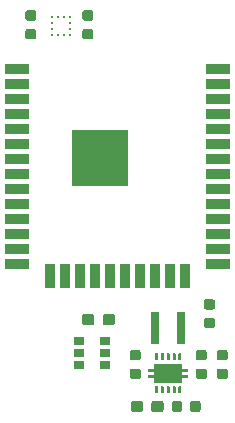
<source format=gtp>
G04 #@! TF.GenerationSoftware,KiCad,Pcbnew,(5.0.2)-1*
G04 #@! TF.CreationDate,2019-05-04T17:06:02+02:00*
G04 #@! TF.ProjectId,Cowbell_mini,436f7762-656c-46c5-9f6d-696e692e6b69,v0.4*
G04 #@! TF.SameCoordinates,Original*
G04 #@! TF.FileFunction,Paste,Top*
G04 #@! TF.FilePolarity,Positive*
%FSLAX46Y46*%
G04 Gerber Fmt 4.6, Leading zero omitted, Abs format (unit mm)*
G04 Created by KiCad (PCBNEW (5.0.2)-1) date 5/4/2019 5:06:02 PM*
%MOMM*%
%LPD*%
G01*
G04 APERTURE LIST*
%ADD10R,2.000000X0.900000*%
%ADD11R,0.900000X2.000000*%
%ADD12R,4.800000X4.800000*%
%ADD13C,0.150000*%
%ADD14C,0.875000*%
%ADD15C,0.260000*%
%ADD16C,0.950000*%
%ADD17R,0.800000X2.700000*%
%ADD18R,0.950000X0.700000*%
%ADD19R,0.275000X0.250000*%
%ADD20R,0.250000X0.275000*%
G04 APERTURE END LIST*
D10*
G04 #@! TO.C,U103*
X118500000Y-33460000D03*
X118500000Y-34730000D03*
X118500000Y-36000000D03*
X118500000Y-37270000D03*
X118500000Y-38540000D03*
X118500000Y-39810000D03*
X118500000Y-41080000D03*
X118500000Y-42350000D03*
X118500000Y-43620000D03*
X118500000Y-44890000D03*
X118500000Y-46160000D03*
X118500000Y-47430000D03*
X118500000Y-48700000D03*
X118500000Y-49970000D03*
D11*
X121285000Y-50970000D03*
X122555000Y-50970000D03*
X123825000Y-50970000D03*
X125095000Y-50970000D03*
X126365000Y-50970000D03*
X127635000Y-50970000D03*
X128905000Y-50970000D03*
X130175000Y-50970000D03*
X131445000Y-50970000D03*
X132715000Y-50970000D03*
D10*
X135500000Y-49970000D03*
X135500000Y-48700000D03*
X135500000Y-47430000D03*
X135500000Y-46160000D03*
X135500000Y-44890000D03*
X135500000Y-43620000D03*
X135500000Y-42350000D03*
X135500000Y-41080000D03*
X135500000Y-39810000D03*
X135500000Y-38540000D03*
X135500000Y-37270000D03*
X135500000Y-36000000D03*
X135500000Y-34730000D03*
X135500000Y-33460000D03*
D12*
X125500000Y-40960000D03*
G04 #@! TD*
D13*
G04 #@! TO.C,C204*
G36*
X119911691Y-30069053D02*
X119932926Y-30072203D01*
X119953750Y-30077419D01*
X119973962Y-30084651D01*
X119993368Y-30093830D01*
X120011781Y-30104866D01*
X120029024Y-30117654D01*
X120044930Y-30132070D01*
X120059346Y-30147976D01*
X120072134Y-30165219D01*
X120083170Y-30183632D01*
X120092349Y-30203038D01*
X120099581Y-30223250D01*
X120104797Y-30244074D01*
X120107947Y-30265309D01*
X120109000Y-30286750D01*
X120109000Y-30724250D01*
X120107947Y-30745691D01*
X120104797Y-30766926D01*
X120099581Y-30787750D01*
X120092349Y-30807962D01*
X120083170Y-30827368D01*
X120072134Y-30845781D01*
X120059346Y-30863024D01*
X120044930Y-30878930D01*
X120029024Y-30893346D01*
X120011781Y-30906134D01*
X119993368Y-30917170D01*
X119973962Y-30926349D01*
X119953750Y-30933581D01*
X119932926Y-30938797D01*
X119911691Y-30941947D01*
X119890250Y-30943000D01*
X119377750Y-30943000D01*
X119356309Y-30941947D01*
X119335074Y-30938797D01*
X119314250Y-30933581D01*
X119294038Y-30926349D01*
X119274632Y-30917170D01*
X119256219Y-30906134D01*
X119238976Y-30893346D01*
X119223070Y-30878930D01*
X119208654Y-30863024D01*
X119195866Y-30845781D01*
X119184830Y-30827368D01*
X119175651Y-30807962D01*
X119168419Y-30787750D01*
X119163203Y-30766926D01*
X119160053Y-30745691D01*
X119159000Y-30724250D01*
X119159000Y-30286750D01*
X119160053Y-30265309D01*
X119163203Y-30244074D01*
X119168419Y-30223250D01*
X119175651Y-30203038D01*
X119184830Y-30183632D01*
X119195866Y-30165219D01*
X119208654Y-30147976D01*
X119223070Y-30132070D01*
X119238976Y-30117654D01*
X119256219Y-30104866D01*
X119274632Y-30093830D01*
X119294038Y-30084651D01*
X119314250Y-30077419D01*
X119335074Y-30072203D01*
X119356309Y-30069053D01*
X119377750Y-30068000D01*
X119890250Y-30068000D01*
X119911691Y-30069053D01*
X119911691Y-30069053D01*
G37*
D14*
X119634000Y-30505500D03*
D13*
G36*
X119911691Y-28494053D02*
X119932926Y-28497203D01*
X119953750Y-28502419D01*
X119973962Y-28509651D01*
X119993368Y-28518830D01*
X120011781Y-28529866D01*
X120029024Y-28542654D01*
X120044930Y-28557070D01*
X120059346Y-28572976D01*
X120072134Y-28590219D01*
X120083170Y-28608632D01*
X120092349Y-28628038D01*
X120099581Y-28648250D01*
X120104797Y-28669074D01*
X120107947Y-28690309D01*
X120109000Y-28711750D01*
X120109000Y-29149250D01*
X120107947Y-29170691D01*
X120104797Y-29191926D01*
X120099581Y-29212750D01*
X120092349Y-29232962D01*
X120083170Y-29252368D01*
X120072134Y-29270781D01*
X120059346Y-29288024D01*
X120044930Y-29303930D01*
X120029024Y-29318346D01*
X120011781Y-29331134D01*
X119993368Y-29342170D01*
X119973962Y-29351349D01*
X119953750Y-29358581D01*
X119932926Y-29363797D01*
X119911691Y-29366947D01*
X119890250Y-29368000D01*
X119377750Y-29368000D01*
X119356309Y-29366947D01*
X119335074Y-29363797D01*
X119314250Y-29358581D01*
X119294038Y-29351349D01*
X119274632Y-29342170D01*
X119256219Y-29331134D01*
X119238976Y-29318346D01*
X119223070Y-29303930D01*
X119208654Y-29288024D01*
X119195866Y-29270781D01*
X119184830Y-29252368D01*
X119175651Y-29232962D01*
X119168419Y-29212750D01*
X119163203Y-29191926D01*
X119160053Y-29170691D01*
X119159000Y-29149250D01*
X119159000Y-28711750D01*
X119160053Y-28690309D01*
X119163203Y-28669074D01*
X119168419Y-28648250D01*
X119175651Y-28628038D01*
X119184830Y-28608632D01*
X119195866Y-28590219D01*
X119208654Y-28572976D01*
X119223070Y-28557070D01*
X119238976Y-28542654D01*
X119256219Y-28529866D01*
X119274632Y-28518830D01*
X119294038Y-28509651D01*
X119314250Y-28502419D01*
X119335074Y-28497203D01*
X119356309Y-28494053D01*
X119377750Y-28493000D01*
X119890250Y-28493000D01*
X119911691Y-28494053D01*
X119911691Y-28494053D01*
G37*
D14*
X119634000Y-28930500D03*
G04 #@! TD*
D13*
G04 #@! TO.C,C201*
G36*
X124737691Y-28494053D02*
X124758926Y-28497203D01*
X124779750Y-28502419D01*
X124799962Y-28509651D01*
X124819368Y-28518830D01*
X124837781Y-28529866D01*
X124855024Y-28542654D01*
X124870930Y-28557070D01*
X124885346Y-28572976D01*
X124898134Y-28590219D01*
X124909170Y-28608632D01*
X124918349Y-28628038D01*
X124925581Y-28648250D01*
X124930797Y-28669074D01*
X124933947Y-28690309D01*
X124935000Y-28711750D01*
X124935000Y-29149250D01*
X124933947Y-29170691D01*
X124930797Y-29191926D01*
X124925581Y-29212750D01*
X124918349Y-29232962D01*
X124909170Y-29252368D01*
X124898134Y-29270781D01*
X124885346Y-29288024D01*
X124870930Y-29303930D01*
X124855024Y-29318346D01*
X124837781Y-29331134D01*
X124819368Y-29342170D01*
X124799962Y-29351349D01*
X124779750Y-29358581D01*
X124758926Y-29363797D01*
X124737691Y-29366947D01*
X124716250Y-29368000D01*
X124203750Y-29368000D01*
X124182309Y-29366947D01*
X124161074Y-29363797D01*
X124140250Y-29358581D01*
X124120038Y-29351349D01*
X124100632Y-29342170D01*
X124082219Y-29331134D01*
X124064976Y-29318346D01*
X124049070Y-29303930D01*
X124034654Y-29288024D01*
X124021866Y-29270781D01*
X124010830Y-29252368D01*
X124001651Y-29232962D01*
X123994419Y-29212750D01*
X123989203Y-29191926D01*
X123986053Y-29170691D01*
X123985000Y-29149250D01*
X123985000Y-28711750D01*
X123986053Y-28690309D01*
X123989203Y-28669074D01*
X123994419Y-28648250D01*
X124001651Y-28628038D01*
X124010830Y-28608632D01*
X124021866Y-28590219D01*
X124034654Y-28572976D01*
X124049070Y-28557070D01*
X124064976Y-28542654D01*
X124082219Y-28529866D01*
X124100632Y-28518830D01*
X124120038Y-28509651D01*
X124140250Y-28502419D01*
X124161074Y-28497203D01*
X124182309Y-28494053D01*
X124203750Y-28493000D01*
X124716250Y-28493000D01*
X124737691Y-28494053D01*
X124737691Y-28494053D01*
G37*
D14*
X124460000Y-28930500D03*
D13*
G36*
X124737691Y-30069053D02*
X124758926Y-30072203D01*
X124779750Y-30077419D01*
X124799962Y-30084651D01*
X124819368Y-30093830D01*
X124837781Y-30104866D01*
X124855024Y-30117654D01*
X124870930Y-30132070D01*
X124885346Y-30147976D01*
X124898134Y-30165219D01*
X124909170Y-30183632D01*
X124918349Y-30203038D01*
X124925581Y-30223250D01*
X124930797Y-30244074D01*
X124933947Y-30265309D01*
X124935000Y-30286750D01*
X124935000Y-30724250D01*
X124933947Y-30745691D01*
X124930797Y-30766926D01*
X124925581Y-30787750D01*
X124918349Y-30807962D01*
X124909170Y-30827368D01*
X124898134Y-30845781D01*
X124885346Y-30863024D01*
X124870930Y-30878930D01*
X124855024Y-30893346D01*
X124837781Y-30906134D01*
X124819368Y-30917170D01*
X124799962Y-30926349D01*
X124779750Y-30933581D01*
X124758926Y-30938797D01*
X124737691Y-30941947D01*
X124716250Y-30943000D01*
X124203750Y-30943000D01*
X124182309Y-30941947D01*
X124161074Y-30938797D01*
X124140250Y-30933581D01*
X124120038Y-30926349D01*
X124100632Y-30917170D01*
X124082219Y-30906134D01*
X124064976Y-30893346D01*
X124049070Y-30878930D01*
X124034654Y-30863024D01*
X124021866Y-30845781D01*
X124010830Y-30827368D01*
X124001651Y-30807962D01*
X123994419Y-30787750D01*
X123989203Y-30766926D01*
X123986053Y-30745691D01*
X123985000Y-30724250D01*
X123985000Y-30286750D01*
X123986053Y-30265309D01*
X123989203Y-30244074D01*
X123994419Y-30223250D01*
X124001651Y-30203038D01*
X124010830Y-30183632D01*
X124021866Y-30165219D01*
X124034654Y-30147976D01*
X124049070Y-30132070D01*
X124064976Y-30117654D01*
X124082219Y-30104866D01*
X124100632Y-30093830D01*
X124120038Y-30084651D01*
X124140250Y-30077419D01*
X124161074Y-30072203D01*
X124182309Y-30069053D01*
X124203750Y-30068000D01*
X124716250Y-30068000D01*
X124737691Y-30069053D01*
X124737691Y-30069053D01*
G37*
D14*
X124460000Y-30505500D03*
G04 #@! TD*
D15*
G04 #@! TO.C,U5*
X131260000Y-59230000D03*
D13*
G36*
X130100245Y-60054039D02*
X130090866Y-60051194D01*
X130082221Y-60046573D01*
X130074645Y-60040355D01*
X130068427Y-60032779D01*
X130063806Y-60024134D01*
X130060961Y-60014755D01*
X130060000Y-60005000D01*
X130060000Y-59605000D01*
X129610000Y-59605000D01*
X129600245Y-59604039D01*
X129590866Y-59601194D01*
X129582221Y-59596573D01*
X129574645Y-59590355D01*
X129568427Y-59582779D01*
X129563806Y-59574134D01*
X129560961Y-59564755D01*
X129560000Y-59555000D01*
X129560000Y-59405000D01*
X129560961Y-59395245D01*
X129563806Y-59385866D01*
X129568427Y-59377221D01*
X129574645Y-59369645D01*
X129582221Y-59363427D01*
X129590866Y-59358806D01*
X129600245Y-59355961D01*
X129610000Y-59355000D01*
X130060000Y-59355000D01*
X130060000Y-59105000D01*
X129610000Y-59105000D01*
X129600245Y-59104039D01*
X129590866Y-59101194D01*
X129582221Y-59096573D01*
X129574645Y-59090355D01*
X129568427Y-59082779D01*
X129563806Y-59074134D01*
X129560961Y-59064755D01*
X129560000Y-59055000D01*
X129560000Y-58905000D01*
X129560961Y-58895245D01*
X129563806Y-58885866D01*
X129568427Y-58877221D01*
X129574645Y-58869645D01*
X129582221Y-58863427D01*
X129590866Y-58858806D01*
X129600245Y-58855961D01*
X129610000Y-58855000D01*
X130060000Y-58855000D01*
X130060000Y-58455000D01*
X130060961Y-58445245D01*
X130063806Y-58435866D01*
X130068427Y-58427221D01*
X130074645Y-58419645D01*
X130082221Y-58413427D01*
X130090866Y-58408806D01*
X130100245Y-58405961D01*
X130110000Y-58405000D01*
X132410000Y-58405000D01*
X132419755Y-58405961D01*
X132429134Y-58408806D01*
X132437779Y-58413427D01*
X132445355Y-58419645D01*
X132451573Y-58427221D01*
X132456194Y-58435866D01*
X132459039Y-58445245D01*
X132460000Y-58455000D01*
X132460000Y-58855000D01*
X132910000Y-58855000D01*
X132919755Y-58855961D01*
X132929134Y-58858806D01*
X132937779Y-58863427D01*
X132945355Y-58869645D01*
X132951573Y-58877221D01*
X132956194Y-58885866D01*
X132959039Y-58895245D01*
X132960000Y-58905000D01*
X132960000Y-59055000D01*
X132959039Y-59064755D01*
X132956194Y-59074134D01*
X132951573Y-59082779D01*
X132945355Y-59090355D01*
X132937779Y-59096573D01*
X132929134Y-59101194D01*
X132919755Y-59104039D01*
X132910000Y-59105000D01*
X132460000Y-59105000D01*
X132460000Y-59355000D01*
X132910000Y-59355000D01*
X132919755Y-59355961D01*
X132929134Y-59358806D01*
X132937779Y-59363427D01*
X132945355Y-59369645D01*
X132951573Y-59377221D01*
X132956194Y-59385866D01*
X132959039Y-59395245D01*
X132960000Y-59405000D01*
X132960000Y-59555000D01*
X132959039Y-59564755D01*
X132956194Y-59574134D01*
X132951573Y-59582779D01*
X132945355Y-59590355D01*
X132937779Y-59596573D01*
X132929134Y-59601194D01*
X132919755Y-59604039D01*
X132910000Y-59605000D01*
X132460000Y-59605000D01*
X132460000Y-60005000D01*
X132459039Y-60014755D01*
X132456194Y-60024134D01*
X132451573Y-60032779D01*
X132445355Y-60040355D01*
X132437779Y-60046573D01*
X132429134Y-60051194D01*
X132419755Y-60054039D01*
X132410000Y-60055000D01*
X130110000Y-60055000D01*
X130100245Y-60054039D01*
X130100245Y-60054039D01*
G37*
G36*
X130344973Y-57530240D02*
X130349819Y-57530959D01*
X130354571Y-57532150D01*
X130359184Y-57533800D01*
X130363612Y-57535894D01*
X130367814Y-57538413D01*
X130371749Y-57541331D01*
X130375379Y-57544621D01*
X130378669Y-57548251D01*
X130381587Y-57552186D01*
X130384106Y-57556388D01*
X130386200Y-57560816D01*
X130387850Y-57565429D01*
X130389041Y-57570181D01*
X130389760Y-57575027D01*
X130390000Y-57579920D01*
X130390000Y-58080080D01*
X130389760Y-58084973D01*
X130389041Y-58089819D01*
X130387850Y-58094571D01*
X130386200Y-58099184D01*
X130384106Y-58103612D01*
X130381587Y-58107814D01*
X130378669Y-58111749D01*
X130375379Y-58115379D01*
X130371749Y-58118669D01*
X130367814Y-58121587D01*
X130363612Y-58124106D01*
X130359184Y-58126200D01*
X130354571Y-58127850D01*
X130349819Y-58129041D01*
X130344973Y-58129760D01*
X130340080Y-58130000D01*
X130179920Y-58130000D01*
X130175027Y-58129760D01*
X130170181Y-58129041D01*
X130165429Y-58127850D01*
X130160816Y-58126200D01*
X130156388Y-58124106D01*
X130152186Y-58121587D01*
X130148251Y-58118669D01*
X130144621Y-58115379D01*
X130141331Y-58111749D01*
X130138413Y-58107814D01*
X130135894Y-58103612D01*
X130133800Y-58099184D01*
X130132150Y-58094571D01*
X130130959Y-58089819D01*
X130130240Y-58084973D01*
X130130000Y-58080080D01*
X130130000Y-57579920D01*
X130130240Y-57575027D01*
X130130959Y-57570181D01*
X130132150Y-57565429D01*
X130133800Y-57560816D01*
X130135894Y-57556388D01*
X130138413Y-57552186D01*
X130141331Y-57548251D01*
X130144621Y-57544621D01*
X130148251Y-57541331D01*
X130152186Y-57538413D01*
X130156388Y-57535894D01*
X130160816Y-57533800D01*
X130165429Y-57532150D01*
X130170181Y-57530959D01*
X130175027Y-57530240D01*
X130179920Y-57530000D01*
X130340080Y-57530000D01*
X130344973Y-57530240D01*
X130344973Y-57530240D01*
G37*
D15*
X130260000Y-57830000D03*
D13*
G36*
X130344973Y-60330240D02*
X130349819Y-60330959D01*
X130354571Y-60332150D01*
X130359184Y-60333800D01*
X130363612Y-60335894D01*
X130367814Y-60338413D01*
X130371749Y-60341331D01*
X130375379Y-60344621D01*
X130378669Y-60348251D01*
X130381587Y-60352186D01*
X130384106Y-60356388D01*
X130386200Y-60360816D01*
X130387850Y-60365429D01*
X130389041Y-60370181D01*
X130389760Y-60375027D01*
X130390000Y-60379920D01*
X130390000Y-60880080D01*
X130389760Y-60884973D01*
X130389041Y-60889819D01*
X130387850Y-60894571D01*
X130386200Y-60899184D01*
X130384106Y-60903612D01*
X130381587Y-60907814D01*
X130378669Y-60911749D01*
X130375379Y-60915379D01*
X130371749Y-60918669D01*
X130367814Y-60921587D01*
X130363612Y-60924106D01*
X130359184Y-60926200D01*
X130354571Y-60927850D01*
X130349819Y-60929041D01*
X130344973Y-60929760D01*
X130340080Y-60930000D01*
X130179920Y-60930000D01*
X130175027Y-60929760D01*
X130170181Y-60929041D01*
X130165429Y-60927850D01*
X130160816Y-60926200D01*
X130156388Y-60924106D01*
X130152186Y-60921587D01*
X130148251Y-60918669D01*
X130144621Y-60915379D01*
X130141331Y-60911749D01*
X130138413Y-60907814D01*
X130135894Y-60903612D01*
X130133800Y-60899184D01*
X130132150Y-60894571D01*
X130130959Y-60889819D01*
X130130240Y-60884973D01*
X130130000Y-60880080D01*
X130130000Y-60379920D01*
X130130240Y-60375027D01*
X130130959Y-60370181D01*
X130132150Y-60365429D01*
X130133800Y-60360816D01*
X130135894Y-60356388D01*
X130138413Y-60352186D01*
X130141331Y-60348251D01*
X130144621Y-60344621D01*
X130148251Y-60341331D01*
X130152186Y-60338413D01*
X130156388Y-60335894D01*
X130160816Y-60333800D01*
X130165429Y-60332150D01*
X130170181Y-60330959D01*
X130175027Y-60330240D01*
X130179920Y-60330000D01*
X130340080Y-60330000D01*
X130344973Y-60330240D01*
X130344973Y-60330240D01*
G37*
D15*
X130260000Y-60630000D03*
D13*
G36*
X130844973Y-57530240D02*
X130849819Y-57530959D01*
X130854571Y-57532150D01*
X130859184Y-57533800D01*
X130863612Y-57535894D01*
X130867814Y-57538413D01*
X130871749Y-57541331D01*
X130875379Y-57544621D01*
X130878669Y-57548251D01*
X130881587Y-57552186D01*
X130884106Y-57556388D01*
X130886200Y-57560816D01*
X130887850Y-57565429D01*
X130889041Y-57570181D01*
X130889760Y-57575027D01*
X130890000Y-57579920D01*
X130890000Y-58080080D01*
X130889760Y-58084973D01*
X130889041Y-58089819D01*
X130887850Y-58094571D01*
X130886200Y-58099184D01*
X130884106Y-58103612D01*
X130881587Y-58107814D01*
X130878669Y-58111749D01*
X130875379Y-58115379D01*
X130871749Y-58118669D01*
X130867814Y-58121587D01*
X130863612Y-58124106D01*
X130859184Y-58126200D01*
X130854571Y-58127850D01*
X130849819Y-58129041D01*
X130844973Y-58129760D01*
X130840080Y-58130000D01*
X130679920Y-58130000D01*
X130675027Y-58129760D01*
X130670181Y-58129041D01*
X130665429Y-58127850D01*
X130660816Y-58126200D01*
X130656388Y-58124106D01*
X130652186Y-58121587D01*
X130648251Y-58118669D01*
X130644621Y-58115379D01*
X130641331Y-58111749D01*
X130638413Y-58107814D01*
X130635894Y-58103612D01*
X130633800Y-58099184D01*
X130632150Y-58094571D01*
X130630959Y-58089819D01*
X130630240Y-58084973D01*
X130630000Y-58080080D01*
X130630000Y-57579920D01*
X130630240Y-57575027D01*
X130630959Y-57570181D01*
X130632150Y-57565429D01*
X130633800Y-57560816D01*
X130635894Y-57556388D01*
X130638413Y-57552186D01*
X130641331Y-57548251D01*
X130644621Y-57544621D01*
X130648251Y-57541331D01*
X130652186Y-57538413D01*
X130656388Y-57535894D01*
X130660816Y-57533800D01*
X130665429Y-57532150D01*
X130670181Y-57530959D01*
X130675027Y-57530240D01*
X130679920Y-57530000D01*
X130840080Y-57530000D01*
X130844973Y-57530240D01*
X130844973Y-57530240D01*
G37*
D15*
X130760000Y-57830000D03*
D13*
G36*
X130844973Y-60330240D02*
X130849819Y-60330959D01*
X130854571Y-60332150D01*
X130859184Y-60333800D01*
X130863612Y-60335894D01*
X130867814Y-60338413D01*
X130871749Y-60341331D01*
X130875379Y-60344621D01*
X130878669Y-60348251D01*
X130881587Y-60352186D01*
X130884106Y-60356388D01*
X130886200Y-60360816D01*
X130887850Y-60365429D01*
X130889041Y-60370181D01*
X130889760Y-60375027D01*
X130890000Y-60379920D01*
X130890000Y-60880080D01*
X130889760Y-60884973D01*
X130889041Y-60889819D01*
X130887850Y-60894571D01*
X130886200Y-60899184D01*
X130884106Y-60903612D01*
X130881587Y-60907814D01*
X130878669Y-60911749D01*
X130875379Y-60915379D01*
X130871749Y-60918669D01*
X130867814Y-60921587D01*
X130863612Y-60924106D01*
X130859184Y-60926200D01*
X130854571Y-60927850D01*
X130849819Y-60929041D01*
X130844973Y-60929760D01*
X130840080Y-60930000D01*
X130679920Y-60930000D01*
X130675027Y-60929760D01*
X130670181Y-60929041D01*
X130665429Y-60927850D01*
X130660816Y-60926200D01*
X130656388Y-60924106D01*
X130652186Y-60921587D01*
X130648251Y-60918669D01*
X130644621Y-60915379D01*
X130641331Y-60911749D01*
X130638413Y-60907814D01*
X130635894Y-60903612D01*
X130633800Y-60899184D01*
X130632150Y-60894571D01*
X130630959Y-60889819D01*
X130630240Y-60884973D01*
X130630000Y-60880080D01*
X130630000Y-60379920D01*
X130630240Y-60375027D01*
X130630959Y-60370181D01*
X130632150Y-60365429D01*
X130633800Y-60360816D01*
X130635894Y-60356388D01*
X130638413Y-60352186D01*
X130641331Y-60348251D01*
X130644621Y-60344621D01*
X130648251Y-60341331D01*
X130652186Y-60338413D01*
X130656388Y-60335894D01*
X130660816Y-60333800D01*
X130665429Y-60332150D01*
X130670181Y-60330959D01*
X130675027Y-60330240D01*
X130679920Y-60330000D01*
X130840080Y-60330000D01*
X130844973Y-60330240D01*
X130844973Y-60330240D01*
G37*
D15*
X130760000Y-60630000D03*
D13*
G36*
X131344973Y-57530240D02*
X131349819Y-57530959D01*
X131354571Y-57532150D01*
X131359184Y-57533800D01*
X131363612Y-57535894D01*
X131367814Y-57538413D01*
X131371749Y-57541331D01*
X131375379Y-57544621D01*
X131378669Y-57548251D01*
X131381587Y-57552186D01*
X131384106Y-57556388D01*
X131386200Y-57560816D01*
X131387850Y-57565429D01*
X131389041Y-57570181D01*
X131389760Y-57575027D01*
X131390000Y-57579920D01*
X131390000Y-58080080D01*
X131389760Y-58084973D01*
X131389041Y-58089819D01*
X131387850Y-58094571D01*
X131386200Y-58099184D01*
X131384106Y-58103612D01*
X131381587Y-58107814D01*
X131378669Y-58111749D01*
X131375379Y-58115379D01*
X131371749Y-58118669D01*
X131367814Y-58121587D01*
X131363612Y-58124106D01*
X131359184Y-58126200D01*
X131354571Y-58127850D01*
X131349819Y-58129041D01*
X131344973Y-58129760D01*
X131340080Y-58130000D01*
X131179920Y-58130000D01*
X131175027Y-58129760D01*
X131170181Y-58129041D01*
X131165429Y-58127850D01*
X131160816Y-58126200D01*
X131156388Y-58124106D01*
X131152186Y-58121587D01*
X131148251Y-58118669D01*
X131144621Y-58115379D01*
X131141331Y-58111749D01*
X131138413Y-58107814D01*
X131135894Y-58103612D01*
X131133800Y-58099184D01*
X131132150Y-58094571D01*
X131130959Y-58089819D01*
X131130240Y-58084973D01*
X131130000Y-58080080D01*
X131130000Y-57579920D01*
X131130240Y-57575027D01*
X131130959Y-57570181D01*
X131132150Y-57565429D01*
X131133800Y-57560816D01*
X131135894Y-57556388D01*
X131138413Y-57552186D01*
X131141331Y-57548251D01*
X131144621Y-57544621D01*
X131148251Y-57541331D01*
X131152186Y-57538413D01*
X131156388Y-57535894D01*
X131160816Y-57533800D01*
X131165429Y-57532150D01*
X131170181Y-57530959D01*
X131175027Y-57530240D01*
X131179920Y-57530000D01*
X131340080Y-57530000D01*
X131344973Y-57530240D01*
X131344973Y-57530240D01*
G37*
D15*
X131260000Y-57830000D03*
D13*
G36*
X131344973Y-60330240D02*
X131349819Y-60330959D01*
X131354571Y-60332150D01*
X131359184Y-60333800D01*
X131363612Y-60335894D01*
X131367814Y-60338413D01*
X131371749Y-60341331D01*
X131375379Y-60344621D01*
X131378669Y-60348251D01*
X131381587Y-60352186D01*
X131384106Y-60356388D01*
X131386200Y-60360816D01*
X131387850Y-60365429D01*
X131389041Y-60370181D01*
X131389760Y-60375027D01*
X131390000Y-60379920D01*
X131390000Y-60880080D01*
X131389760Y-60884973D01*
X131389041Y-60889819D01*
X131387850Y-60894571D01*
X131386200Y-60899184D01*
X131384106Y-60903612D01*
X131381587Y-60907814D01*
X131378669Y-60911749D01*
X131375379Y-60915379D01*
X131371749Y-60918669D01*
X131367814Y-60921587D01*
X131363612Y-60924106D01*
X131359184Y-60926200D01*
X131354571Y-60927850D01*
X131349819Y-60929041D01*
X131344973Y-60929760D01*
X131340080Y-60930000D01*
X131179920Y-60930000D01*
X131175027Y-60929760D01*
X131170181Y-60929041D01*
X131165429Y-60927850D01*
X131160816Y-60926200D01*
X131156388Y-60924106D01*
X131152186Y-60921587D01*
X131148251Y-60918669D01*
X131144621Y-60915379D01*
X131141331Y-60911749D01*
X131138413Y-60907814D01*
X131135894Y-60903612D01*
X131133800Y-60899184D01*
X131132150Y-60894571D01*
X131130959Y-60889819D01*
X131130240Y-60884973D01*
X131130000Y-60880080D01*
X131130000Y-60379920D01*
X131130240Y-60375027D01*
X131130959Y-60370181D01*
X131132150Y-60365429D01*
X131133800Y-60360816D01*
X131135894Y-60356388D01*
X131138413Y-60352186D01*
X131141331Y-60348251D01*
X131144621Y-60344621D01*
X131148251Y-60341331D01*
X131152186Y-60338413D01*
X131156388Y-60335894D01*
X131160816Y-60333800D01*
X131165429Y-60332150D01*
X131170181Y-60330959D01*
X131175027Y-60330240D01*
X131179920Y-60330000D01*
X131340080Y-60330000D01*
X131344973Y-60330240D01*
X131344973Y-60330240D01*
G37*
D15*
X131260000Y-60630000D03*
D13*
G36*
X131844973Y-57530240D02*
X131849819Y-57530959D01*
X131854571Y-57532150D01*
X131859184Y-57533800D01*
X131863612Y-57535894D01*
X131867814Y-57538413D01*
X131871749Y-57541331D01*
X131875379Y-57544621D01*
X131878669Y-57548251D01*
X131881587Y-57552186D01*
X131884106Y-57556388D01*
X131886200Y-57560816D01*
X131887850Y-57565429D01*
X131889041Y-57570181D01*
X131889760Y-57575027D01*
X131890000Y-57579920D01*
X131890000Y-58080080D01*
X131889760Y-58084973D01*
X131889041Y-58089819D01*
X131887850Y-58094571D01*
X131886200Y-58099184D01*
X131884106Y-58103612D01*
X131881587Y-58107814D01*
X131878669Y-58111749D01*
X131875379Y-58115379D01*
X131871749Y-58118669D01*
X131867814Y-58121587D01*
X131863612Y-58124106D01*
X131859184Y-58126200D01*
X131854571Y-58127850D01*
X131849819Y-58129041D01*
X131844973Y-58129760D01*
X131840080Y-58130000D01*
X131679920Y-58130000D01*
X131675027Y-58129760D01*
X131670181Y-58129041D01*
X131665429Y-58127850D01*
X131660816Y-58126200D01*
X131656388Y-58124106D01*
X131652186Y-58121587D01*
X131648251Y-58118669D01*
X131644621Y-58115379D01*
X131641331Y-58111749D01*
X131638413Y-58107814D01*
X131635894Y-58103612D01*
X131633800Y-58099184D01*
X131632150Y-58094571D01*
X131630959Y-58089819D01*
X131630240Y-58084973D01*
X131630000Y-58080080D01*
X131630000Y-57579920D01*
X131630240Y-57575027D01*
X131630959Y-57570181D01*
X131632150Y-57565429D01*
X131633800Y-57560816D01*
X131635894Y-57556388D01*
X131638413Y-57552186D01*
X131641331Y-57548251D01*
X131644621Y-57544621D01*
X131648251Y-57541331D01*
X131652186Y-57538413D01*
X131656388Y-57535894D01*
X131660816Y-57533800D01*
X131665429Y-57532150D01*
X131670181Y-57530959D01*
X131675027Y-57530240D01*
X131679920Y-57530000D01*
X131840080Y-57530000D01*
X131844973Y-57530240D01*
X131844973Y-57530240D01*
G37*
D15*
X131760000Y-57830000D03*
D13*
G36*
X131844973Y-60330240D02*
X131849819Y-60330959D01*
X131854571Y-60332150D01*
X131859184Y-60333800D01*
X131863612Y-60335894D01*
X131867814Y-60338413D01*
X131871749Y-60341331D01*
X131875379Y-60344621D01*
X131878669Y-60348251D01*
X131881587Y-60352186D01*
X131884106Y-60356388D01*
X131886200Y-60360816D01*
X131887850Y-60365429D01*
X131889041Y-60370181D01*
X131889760Y-60375027D01*
X131890000Y-60379920D01*
X131890000Y-60880080D01*
X131889760Y-60884973D01*
X131889041Y-60889819D01*
X131887850Y-60894571D01*
X131886200Y-60899184D01*
X131884106Y-60903612D01*
X131881587Y-60907814D01*
X131878669Y-60911749D01*
X131875379Y-60915379D01*
X131871749Y-60918669D01*
X131867814Y-60921587D01*
X131863612Y-60924106D01*
X131859184Y-60926200D01*
X131854571Y-60927850D01*
X131849819Y-60929041D01*
X131844973Y-60929760D01*
X131840080Y-60930000D01*
X131679920Y-60930000D01*
X131675027Y-60929760D01*
X131670181Y-60929041D01*
X131665429Y-60927850D01*
X131660816Y-60926200D01*
X131656388Y-60924106D01*
X131652186Y-60921587D01*
X131648251Y-60918669D01*
X131644621Y-60915379D01*
X131641331Y-60911749D01*
X131638413Y-60907814D01*
X131635894Y-60903612D01*
X131633800Y-60899184D01*
X131632150Y-60894571D01*
X131630959Y-60889819D01*
X131630240Y-60884973D01*
X131630000Y-60880080D01*
X131630000Y-60379920D01*
X131630240Y-60375027D01*
X131630959Y-60370181D01*
X131632150Y-60365429D01*
X131633800Y-60360816D01*
X131635894Y-60356388D01*
X131638413Y-60352186D01*
X131641331Y-60348251D01*
X131644621Y-60344621D01*
X131648251Y-60341331D01*
X131652186Y-60338413D01*
X131656388Y-60335894D01*
X131660816Y-60333800D01*
X131665429Y-60332150D01*
X131670181Y-60330959D01*
X131675027Y-60330240D01*
X131679920Y-60330000D01*
X131840080Y-60330000D01*
X131844973Y-60330240D01*
X131844973Y-60330240D01*
G37*
D15*
X131760000Y-60630000D03*
D13*
G36*
X132344973Y-57530240D02*
X132349819Y-57530959D01*
X132354571Y-57532150D01*
X132359184Y-57533800D01*
X132363612Y-57535894D01*
X132367814Y-57538413D01*
X132371749Y-57541331D01*
X132375379Y-57544621D01*
X132378669Y-57548251D01*
X132381587Y-57552186D01*
X132384106Y-57556388D01*
X132386200Y-57560816D01*
X132387850Y-57565429D01*
X132389041Y-57570181D01*
X132389760Y-57575027D01*
X132390000Y-57579920D01*
X132390000Y-58080080D01*
X132389760Y-58084973D01*
X132389041Y-58089819D01*
X132387850Y-58094571D01*
X132386200Y-58099184D01*
X132384106Y-58103612D01*
X132381587Y-58107814D01*
X132378669Y-58111749D01*
X132375379Y-58115379D01*
X132371749Y-58118669D01*
X132367814Y-58121587D01*
X132363612Y-58124106D01*
X132359184Y-58126200D01*
X132354571Y-58127850D01*
X132349819Y-58129041D01*
X132344973Y-58129760D01*
X132340080Y-58130000D01*
X132179920Y-58130000D01*
X132175027Y-58129760D01*
X132170181Y-58129041D01*
X132165429Y-58127850D01*
X132160816Y-58126200D01*
X132156388Y-58124106D01*
X132152186Y-58121587D01*
X132148251Y-58118669D01*
X132144621Y-58115379D01*
X132141331Y-58111749D01*
X132138413Y-58107814D01*
X132135894Y-58103612D01*
X132133800Y-58099184D01*
X132132150Y-58094571D01*
X132130959Y-58089819D01*
X132130240Y-58084973D01*
X132130000Y-58080080D01*
X132130000Y-57579920D01*
X132130240Y-57575027D01*
X132130959Y-57570181D01*
X132132150Y-57565429D01*
X132133800Y-57560816D01*
X132135894Y-57556388D01*
X132138413Y-57552186D01*
X132141331Y-57548251D01*
X132144621Y-57544621D01*
X132148251Y-57541331D01*
X132152186Y-57538413D01*
X132156388Y-57535894D01*
X132160816Y-57533800D01*
X132165429Y-57532150D01*
X132170181Y-57530959D01*
X132175027Y-57530240D01*
X132179920Y-57530000D01*
X132340080Y-57530000D01*
X132344973Y-57530240D01*
X132344973Y-57530240D01*
G37*
D15*
X132260000Y-57830000D03*
D13*
G36*
X132344973Y-60330240D02*
X132349819Y-60330959D01*
X132354571Y-60332150D01*
X132359184Y-60333800D01*
X132363612Y-60335894D01*
X132367814Y-60338413D01*
X132371749Y-60341331D01*
X132375379Y-60344621D01*
X132378669Y-60348251D01*
X132381587Y-60352186D01*
X132384106Y-60356388D01*
X132386200Y-60360816D01*
X132387850Y-60365429D01*
X132389041Y-60370181D01*
X132389760Y-60375027D01*
X132390000Y-60379920D01*
X132390000Y-60880080D01*
X132389760Y-60884973D01*
X132389041Y-60889819D01*
X132387850Y-60894571D01*
X132386200Y-60899184D01*
X132384106Y-60903612D01*
X132381587Y-60907814D01*
X132378669Y-60911749D01*
X132375379Y-60915379D01*
X132371749Y-60918669D01*
X132367814Y-60921587D01*
X132363612Y-60924106D01*
X132359184Y-60926200D01*
X132354571Y-60927850D01*
X132349819Y-60929041D01*
X132344973Y-60929760D01*
X132340080Y-60930000D01*
X132179920Y-60930000D01*
X132175027Y-60929760D01*
X132170181Y-60929041D01*
X132165429Y-60927850D01*
X132160816Y-60926200D01*
X132156388Y-60924106D01*
X132152186Y-60921587D01*
X132148251Y-60918669D01*
X132144621Y-60915379D01*
X132141331Y-60911749D01*
X132138413Y-60907814D01*
X132135894Y-60903612D01*
X132133800Y-60899184D01*
X132132150Y-60894571D01*
X132130959Y-60889819D01*
X132130240Y-60884973D01*
X132130000Y-60880080D01*
X132130000Y-60379920D01*
X132130240Y-60375027D01*
X132130959Y-60370181D01*
X132132150Y-60365429D01*
X132133800Y-60360816D01*
X132135894Y-60356388D01*
X132138413Y-60352186D01*
X132141331Y-60348251D01*
X132144621Y-60344621D01*
X132148251Y-60341331D01*
X132152186Y-60338413D01*
X132156388Y-60335894D01*
X132160816Y-60333800D01*
X132165429Y-60332150D01*
X132170181Y-60330959D01*
X132175027Y-60330240D01*
X132179920Y-60330000D01*
X132340080Y-60330000D01*
X132344973Y-60330240D01*
X132344973Y-60330240D01*
G37*
D15*
X132260000Y-60630000D03*
G04 #@! TD*
D13*
G04 #@! TO.C,R501*
G36*
X128917779Y-61550144D02*
X128940834Y-61553563D01*
X128963443Y-61559227D01*
X128985387Y-61567079D01*
X129006457Y-61577044D01*
X129026448Y-61589026D01*
X129045168Y-61602910D01*
X129062438Y-61618562D01*
X129078090Y-61635832D01*
X129091974Y-61654552D01*
X129103956Y-61674543D01*
X129113921Y-61695613D01*
X129121773Y-61717557D01*
X129127437Y-61740166D01*
X129130856Y-61763221D01*
X129132000Y-61786500D01*
X129132000Y-62261500D01*
X129130856Y-62284779D01*
X129127437Y-62307834D01*
X129121773Y-62330443D01*
X129113921Y-62352387D01*
X129103956Y-62373457D01*
X129091974Y-62393448D01*
X129078090Y-62412168D01*
X129062438Y-62429438D01*
X129045168Y-62445090D01*
X129026448Y-62458974D01*
X129006457Y-62470956D01*
X128985387Y-62480921D01*
X128963443Y-62488773D01*
X128940834Y-62494437D01*
X128917779Y-62497856D01*
X128894500Y-62499000D01*
X128319500Y-62499000D01*
X128296221Y-62497856D01*
X128273166Y-62494437D01*
X128250557Y-62488773D01*
X128228613Y-62480921D01*
X128207543Y-62470956D01*
X128187552Y-62458974D01*
X128168832Y-62445090D01*
X128151562Y-62429438D01*
X128135910Y-62412168D01*
X128122026Y-62393448D01*
X128110044Y-62373457D01*
X128100079Y-62352387D01*
X128092227Y-62330443D01*
X128086563Y-62307834D01*
X128083144Y-62284779D01*
X128082000Y-62261500D01*
X128082000Y-61786500D01*
X128083144Y-61763221D01*
X128086563Y-61740166D01*
X128092227Y-61717557D01*
X128100079Y-61695613D01*
X128110044Y-61674543D01*
X128122026Y-61654552D01*
X128135910Y-61635832D01*
X128151562Y-61618562D01*
X128168832Y-61602910D01*
X128187552Y-61589026D01*
X128207543Y-61577044D01*
X128228613Y-61567079D01*
X128250557Y-61559227D01*
X128273166Y-61553563D01*
X128296221Y-61550144D01*
X128319500Y-61549000D01*
X128894500Y-61549000D01*
X128917779Y-61550144D01*
X128917779Y-61550144D01*
G37*
D16*
X128607000Y-62024000D03*
D13*
G36*
X130667779Y-61550144D02*
X130690834Y-61553563D01*
X130713443Y-61559227D01*
X130735387Y-61567079D01*
X130756457Y-61577044D01*
X130776448Y-61589026D01*
X130795168Y-61602910D01*
X130812438Y-61618562D01*
X130828090Y-61635832D01*
X130841974Y-61654552D01*
X130853956Y-61674543D01*
X130863921Y-61695613D01*
X130871773Y-61717557D01*
X130877437Y-61740166D01*
X130880856Y-61763221D01*
X130882000Y-61786500D01*
X130882000Y-62261500D01*
X130880856Y-62284779D01*
X130877437Y-62307834D01*
X130871773Y-62330443D01*
X130863921Y-62352387D01*
X130853956Y-62373457D01*
X130841974Y-62393448D01*
X130828090Y-62412168D01*
X130812438Y-62429438D01*
X130795168Y-62445090D01*
X130776448Y-62458974D01*
X130756457Y-62470956D01*
X130735387Y-62480921D01*
X130713443Y-62488773D01*
X130690834Y-62494437D01*
X130667779Y-62497856D01*
X130644500Y-62499000D01*
X130069500Y-62499000D01*
X130046221Y-62497856D01*
X130023166Y-62494437D01*
X130000557Y-62488773D01*
X129978613Y-62480921D01*
X129957543Y-62470956D01*
X129937552Y-62458974D01*
X129918832Y-62445090D01*
X129901562Y-62429438D01*
X129885910Y-62412168D01*
X129872026Y-62393448D01*
X129860044Y-62373457D01*
X129850079Y-62352387D01*
X129842227Y-62330443D01*
X129836563Y-62307834D01*
X129833144Y-62284779D01*
X129832000Y-62261500D01*
X129832000Y-61786500D01*
X129833144Y-61763221D01*
X129836563Y-61740166D01*
X129842227Y-61717557D01*
X129850079Y-61695613D01*
X129860044Y-61674543D01*
X129872026Y-61654552D01*
X129885910Y-61635832D01*
X129901562Y-61618562D01*
X129918832Y-61602910D01*
X129937552Y-61589026D01*
X129957543Y-61577044D01*
X129978613Y-61567079D01*
X130000557Y-61559227D01*
X130023166Y-61553563D01*
X130046221Y-61550144D01*
X130069500Y-61549000D01*
X130644500Y-61549000D01*
X130667779Y-61550144D01*
X130667779Y-61550144D01*
G37*
D16*
X130357000Y-62024000D03*
G04 #@! TD*
D17*
G04 #@! TO.C,L501*
X130160000Y-55420000D03*
X132360000Y-55420000D03*
G04 #@! TD*
D13*
G04 #@! TO.C,C504*
G36*
X133811691Y-61550053D02*
X133832926Y-61553203D01*
X133853750Y-61558419D01*
X133873962Y-61565651D01*
X133893368Y-61574830D01*
X133911781Y-61585866D01*
X133929024Y-61598654D01*
X133944930Y-61613070D01*
X133959346Y-61628976D01*
X133972134Y-61646219D01*
X133983170Y-61664632D01*
X133992349Y-61684038D01*
X133999581Y-61704250D01*
X134004797Y-61725074D01*
X134007947Y-61746309D01*
X134009000Y-61767750D01*
X134009000Y-62280250D01*
X134007947Y-62301691D01*
X134004797Y-62322926D01*
X133999581Y-62343750D01*
X133992349Y-62363962D01*
X133983170Y-62383368D01*
X133972134Y-62401781D01*
X133959346Y-62419024D01*
X133944930Y-62434930D01*
X133929024Y-62449346D01*
X133911781Y-62462134D01*
X133893368Y-62473170D01*
X133873962Y-62482349D01*
X133853750Y-62489581D01*
X133832926Y-62494797D01*
X133811691Y-62497947D01*
X133790250Y-62499000D01*
X133352750Y-62499000D01*
X133331309Y-62497947D01*
X133310074Y-62494797D01*
X133289250Y-62489581D01*
X133269038Y-62482349D01*
X133249632Y-62473170D01*
X133231219Y-62462134D01*
X133213976Y-62449346D01*
X133198070Y-62434930D01*
X133183654Y-62419024D01*
X133170866Y-62401781D01*
X133159830Y-62383368D01*
X133150651Y-62363962D01*
X133143419Y-62343750D01*
X133138203Y-62322926D01*
X133135053Y-62301691D01*
X133134000Y-62280250D01*
X133134000Y-61767750D01*
X133135053Y-61746309D01*
X133138203Y-61725074D01*
X133143419Y-61704250D01*
X133150651Y-61684038D01*
X133159830Y-61664632D01*
X133170866Y-61646219D01*
X133183654Y-61628976D01*
X133198070Y-61613070D01*
X133213976Y-61598654D01*
X133231219Y-61585866D01*
X133249632Y-61574830D01*
X133269038Y-61565651D01*
X133289250Y-61558419D01*
X133310074Y-61553203D01*
X133331309Y-61550053D01*
X133352750Y-61549000D01*
X133790250Y-61549000D01*
X133811691Y-61550053D01*
X133811691Y-61550053D01*
G37*
D14*
X133571500Y-62024000D03*
D13*
G36*
X132236691Y-61550053D02*
X132257926Y-61553203D01*
X132278750Y-61558419D01*
X132298962Y-61565651D01*
X132318368Y-61574830D01*
X132336781Y-61585866D01*
X132354024Y-61598654D01*
X132369930Y-61613070D01*
X132384346Y-61628976D01*
X132397134Y-61646219D01*
X132408170Y-61664632D01*
X132417349Y-61684038D01*
X132424581Y-61704250D01*
X132429797Y-61725074D01*
X132432947Y-61746309D01*
X132434000Y-61767750D01*
X132434000Y-62280250D01*
X132432947Y-62301691D01*
X132429797Y-62322926D01*
X132424581Y-62343750D01*
X132417349Y-62363962D01*
X132408170Y-62383368D01*
X132397134Y-62401781D01*
X132384346Y-62419024D01*
X132369930Y-62434930D01*
X132354024Y-62449346D01*
X132336781Y-62462134D01*
X132318368Y-62473170D01*
X132298962Y-62482349D01*
X132278750Y-62489581D01*
X132257926Y-62494797D01*
X132236691Y-62497947D01*
X132215250Y-62499000D01*
X131777750Y-62499000D01*
X131756309Y-62497947D01*
X131735074Y-62494797D01*
X131714250Y-62489581D01*
X131694038Y-62482349D01*
X131674632Y-62473170D01*
X131656219Y-62462134D01*
X131638976Y-62449346D01*
X131623070Y-62434930D01*
X131608654Y-62419024D01*
X131595866Y-62401781D01*
X131584830Y-62383368D01*
X131575651Y-62363962D01*
X131568419Y-62343750D01*
X131563203Y-62322926D01*
X131560053Y-62301691D01*
X131559000Y-62280250D01*
X131559000Y-61767750D01*
X131560053Y-61746309D01*
X131563203Y-61725074D01*
X131568419Y-61704250D01*
X131575651Y-61684038D01*
X131584830Y-61664632D01*
X131595866Y-61646219D01*
X131608654Y-61628976D01*
X131623070Y-61613070D01*
X131638976Y-61598654D01*
X131656219Y-61585866D01*
X131674632Y-61574830D01*
X131694038Y-61565651D01*
X131714250Y-61558419D01*
X131735074Y-61553203D01*
X131756309Y-61550053D01*
X131777750Y-61549000D01*
X132215250Y-61549000D01*
X132236691Y-61550053D01*
X132236691Y-61550053D01*
G37*
D14*
X131996500Y-62024000D03*
G04 #@! TD*
D13*
G04 #@! TO.C,C503*
G36*
X134331691Y-58819053D02*
X134352926Y-58822203D01*
X134373750Y-58827419D01*
X134393962Y-58834651D01*
X134413368Y-58843830D01*
X134431781Y-58854866D01*
X134449024Y-58867654D01*
X134464930Y-58882070D01*
X134479346Y-58897976D01*
X134492134Y-58915219D01*
X134503170Y-58933632D01*
X134512349Y-58953038D01*
X134519581Y-58973250D01*
X134524797Y-58994074D01*
X134527947Y-59015309D01*
X134529000Y-59036750D01*
X134529000Y-59474250D01*
X134527947Y-59495691D01*
X134524797Y-59516926D01*
X134519581Y-59537750D01*
X134512349Y-59557962D01*
X134503170Y-59577368D01*
X134492134Y-59595781D01*
X134479346Y-59613024D01*
X134464930Y-59628930D01*
X134449024Y-59643346D01*
X134431781Y-59656134D01*
X134413368Y-59667170D01*
X134393962Y-59676349D01*
X134373750Y-59683581D01*
X134352926Y-59688797D01*
X134331691Y-59691947D01*
X134310250Y-59693000D01*
X133797750Y-59693000D01*
X133776309Y-59691947D01*
X133755074Y-59688797D01*
X133734250Y-59683581D01*
X133714038Y-59676349D01*
X133694632Y-59667170D01*
X133676219Y-59656134D01*
X133658976Y-59643346D01*
X133643070Y-59628930D01*
X133628654Y-59613024D01*
X133615866Y-59595781D01*
X133604830Y-59577368D01*
X133595651Y-59557962D01*
X133588419Y-59537750D01*
X133583203Y-59516926D01*
X133580053Y-59495691D01*
X133579000Y-59474250D01*
X133579000Y-59036750D01*
X133580053Y-59015309D01*
X133583203Y-58994074D01*
X133588419Y-58973250D01*
X133595651Y-58953038D01*
X133604830Y-58933632D01*
X133615866Y-58915219D01*
X133628654Y-58897976D01*
X133643070Y-58882070D01*
X133658976Y-58867654D01*
X133676219Y-58854866D01*
X133694632Y-58843830D01*
X133714038Y-58834651D01*
X133734250Y-58827419D01*
X133755074Y-58822203D01*
X133776309Y-58819053D01*
X133797750Y-58818000D01*
X134310250Y-58818000D01*
X134331691Y-58819053D01*
X134331691Y-58819053D01*
G37*
D14*
X134054000Y-59255500D03*
D13*
G36*
X134331691Y-57244053D02*
X134352926Y-57247203D01*
X134373750Y-57252419D01*
X134393962Y-57259651D01*
X134413368Y-57268830D01*
X134431781Y-57279866D01*
X134449024Y-57292654D01*
X134464930Y-57307070D01*
X134479346Y-57322976D01*
X134492134Y-57340219D01*
X134503170Y-57358632D01*
X134512349Y-57378038D01*
X134519581Y-57398250D01*
X134524797Y-57419074D01*
X134527947Y-57440309D01*
X134529000Y-57461750D01*
X134529000Y-57899250D01*
X134527947Y-57920691D01*
X134524797Y-57941926D01*
X134519581Y-57962750D01*
X134512349Y-57982962D01*
X134503170Y-58002368D01*
X134492134Y-58020781D01*
X134479346Y-58038024D01*
X134464930Y-58053930D01*
X134449024Y-58068346D01*
X134431781Y-58081134D01*
X134413368Y-58092170D01*
X134393962Y-58101349D01*
X134373750Y-58108581D01*
X134352926Y-58113797D01*
X134331691Y-58116947D01*
X134310250Y-58118000D01*
X133797750Y-58118000D01*
X133776309Y-58116947D01*
X133755074Y-58113797D01*
X133734250Y-58108581D01*
X133714038Y-58101349D01*
X133694632Y-58092170D01*
X133676219Y-58081134D01*
X133658976Y-58068346D01*
X133643070Y-58053930D01*
X133628654Y-58038024D01*
X133615866Y-58020781D01*
X133604830Y-58002368D01*
X133595651Y-57982962D01*
X133588419Y-57962750D01*
X133583203Y-57941926D01*
X133580053Y-57920691D01*
X133579000Y-57899250D01*
X133579000Y-57461750D01*
X133580053Y-57440309D01*
X133583203Y-57419074D01*
X133588419Y-57398250D01*
X133595651Y-57378038D01*
X133604830Y-57358632D01*
X133615866Y-57340219D01*
X133628654Y-57322976D01*
X133643070Y-57307070D01*
X133658976Y-57292654D01*
X133676219Y-57279866D01*
X133694632Y-57268830D01*
X133714038Y-57259651D01*
X133734250Y-57252419D01*
X133755074Y-57247203D01*
X133776309Y-57244053D01*
X133797750Y-57243000D01*
X134310250Y-57243000D01*
X134331691Y-57244053D01*
X134331691Y-57244053D01*
G37*
D14*
X134054000Y-57680500D03*
G04 #@! TD*
D13*
G04 #@! TO.C,C502*
G36*
X136109691Y-58819053D02*
X136130926Y-58822203D01*
X136151750Y-58827419D01*
X136171962Y-58834651D01*
X136191368Y-58843830D01*
X136209781Y-58854866D01*
X136227024Y-58867654D01*
X136242930Y-58882070D01*
X136257346Y-58897976D01*
X136270134Y-58915219D01*
X136281170Y-58933632D01*
X136290349Y-58953038D01*
X136297581Y-58973250D01*
X136302797Y-58994074D01*
X136305947Y-59015309D01*
X136307000Y-59036750D01*
X136307000Y-59474250D01*
X136305947Y-59495691D01*
X136302797Y-59516926D01*
X136297581Y-59537750D01*
X136290349Y-59557962D01*
X136281170Y-59577368D01*
X136270134Y-59595781D01*
X136257346Y-59613024D01*
X136242930Y-59628930D01*
X136227024Y-59643346D01*
X136209781Y-59656134D01*
X136191368Y-59667170D01*
X136171962Y-59676349D01*
X136151750Y-59683581D01*
X136130926Y-59688797D01*
X136109691Y-59691947D01*
X136088250Y-59693000D01*
X135575750Y-59693000D01*
X135554309Y-59691947D01*
X135533074Y-59688797D01*
X135512250Y-59683581D01*
X135492038Y-59676349D01*
X135472632Y-59667170D01*
X135454219Y-59656134D01*
X135436976Y-59643346D01*
X135421070Y-59628930D01*
X135406654Y-59613024D01*
X135393866Y-59595781D01*
X135382830Y-59577368D01*
X135373651Y-59557962D01*
X135366419Y-59537750D01*
X135361203Y-59516926D01*
X135358053Y-59495691D01*
X135357000Y-59474250D01*
X135357000Y-59036750D01*
X135358053Y-59015309D01*
X135361203Y-58994074D01*
X135366419Y-58973250D01*
X135373651Y-58953038D01*
X135382830Y-58933632D01*
X135393866Y-58915219D01*
X135406654Y-58897976D01*
X135421070Y-58882070D01*
X135436976Y-58867654D01*
X135454219Y-58854866D01*
X135472632Y-58843830D01*
X135492038Y-58834651D01*
X135512250Y-58827419D01*
X135533074Y-58822203D01*
X135554309Y-58819053D01*
X135575750Y-58818000D01*
X136088250Y-58818000D01*
X136109691Y-58819053D01*
X136109691Y-58819053D01*
G37*
D14*
X135832000Y-59255500D03*
D13*
G36*
X136109691Y-57244053D02*
X136130926Y-57247203D01*
X136151750Y-57252419D01*
X136171962Y-57259651D01*
X136191368Y-57268830D01*
X136209781Y-57279866D01*
X136227024Y-57292654D01*
X136242930Y-57307070D01*
X136257346Y-57322976D01*
X136270134Y-57340219D01*
X136281170Y-57358632D01*
X136290349Y-57378038D01*
X136297581Y-57398250D01*
X136302797Y-57419074D01*
X136305947Y-57440309D01*
X136307000Y-57461750D01*
X136307000Y-57899250D01*
X136305947Y-57920691D01*
X136302797Y-57941926D01*
X136297581Y-57962750D01*
X136290349Y-57982962D01*
X136281170Y-58002368D01*
X136270134Y-58020781D01*
X136257346Y-58038024D01*
X136242930Y-58053930D01*
X136227024Y-58068346D01*
X136209781Y-58081134D01*
X136191368Y-58092170D01*
X136171962Y-58101349D01*
X136151750Y-58108581D01*
X136130926Y-58113797D01*
X136109691Y-58116947D01*
X136088250Y-58118000D01*
X135575750Y-58118000D01*
X135554309Y-58116947D01*
X135533074Y-58113797D01*
X135512250Y-58108581D01*
X135492038Y-58101349D01*
X135472632Y-58092170D01*
X135454219Y-58081134D01*
X135436976Y-58068346D01*
X135421070Y-58053930D01*
X135406654Y-58038024D01*
X135393866Y-58020781D01*
X135382830Y-58002368D01*
X135373651Y-57982962D01*
X135366419Y-57962750D01*
X135361203Y-57941926D01*
X135358053Y-57920691D01*
X135357000Y-57899250D01*
X135357000Y-57461750D01*
X135358053Y-57440309D01*
X135361203Y-57419074D01*
X135366419Y-57398250D01*
X135373651Y-57378038D01*
X135382830Y-57358632D01*
X135393866Y-57340219D01*
X135406654Y-57322976D01*
X135421070Y-57307070D01*
X135436976Y-57292654D01*
X135454219Y-57279866D01*
X135472632Y-57268830D01*
X135492038Y-57259651D01*
X135512250Y-57252419D01*
X135533074Y-57247203D01*
X135554309Y-57244053D01*
X135575750Y-57243000D01*
X136088250Y-57243000D01*
X136109691Y-57244053D01*
X136109691Y-57244053D01*
G37*
D14*
X135832000Y-57680500D03*
G04 #@! TD*
D13*
G04 #@! TO.C,C501*
G36*
X128743691Y-58819053D02*
X128764926Y-58822203D01*
X128785750Y-58827419D01*
X128805962Y-58834651D01*
X128825368Y-58843830D01*
X128843781Y-58854866D01*
X128861024Y-58867654D01*
X128876930Y-58882070D01*
X128891346Y-58897976D01*
X128904134Y-58915219D01*
X128915170Y-58933632D01*
X128924349Y-58953038D01*
X128931581Y-58973250D01*
X128936797Y-58994074D01*
X128939947Y-59015309D01*
X128941000Y-59036750D01*
X128941000Y-59474250D01*
X128939947Y-59495691D01*
X128936797Y-59516926D01*
X128931581Y-59537750D01*
X128924349Y-59557962D01*
X128915170Y-59577368D01*
X128904134Y-59595781D01*
X128891346Y-59613024D01*
X128876930Y-59628930D01*
X128861024Y-59643346D01*
X128843781Y-59656134D01*
X128825368Y-59667170D01*
X128805962Y-59676349D01*
X128785750Y-59683581D01*
X128764926Y-59688797D01*
X128743691Y-59691947D01*
X128722250Y-59693000D01*
X128209750Y-59693000D01*
X128188309Y-59691947D01*
X128167074Y-59688797D01*
X128146250Y-59683581D01*
X128126038Y-59676349D01*
X128106632Y-59667170D01*
X128088219Y-59656134D01*
X128070976Y-59643346D01*
X128055070Y-59628930D01*
X128040654Y-59613024D01*
X128027866Y-59595781D01*
X128016830Y-59577368D01*
X128007651Y-59557962D01*
X128000419Y-59537750D01*
X127995203Y-59516926D01*
X127992053Y-59495691D01*
X127991000Y-59474250D01*
X127991000Y-59036750D01*
X127992053Y-59015309D01*
X127995203Y-58994074D01*
X128000419Y-58973250D01*
X128007651Y-58953038D01*
X128016830Y-58933632D01*
X128027866Y-58915219D01*
X128040654Y-58897976D01*
X128055070Y-58882070D01*
X128070976Y-58867654D01*
X128088219Y-58854866D01*
X128106632Y-58843830D01*
X128126038Y-58834651D01*
X128146250Y-58827419D01*
X128167074Y-58822203D01*
X128188309Y-58819053D01*
X128209750Y-58818000D01*
X128722250Y-58818000D01*
X128743691Y-58819053D01*
X128743691Y-58819053D01*
G37*
D14*
X128466000Y-59255500D03*
D13*
G36*
X128743691Y-57244053D02*
X128764926Y-57247203D01*
X128785750Y-57252419D01*
X128805962Y-57259651D01*
X128825368Y-57268830D01*
X128843781Y-57279866D01*
X128861024Y-57292654D01*
X128876930Y-57307070D01*
X128891346Y-57322976D01*
X128904134Y-57340219D01*
X128915170Y-57358632D01*
X128924349Y-57378038D01*
X128931581Y-57398250D01*
X128936797Y-57419074D01*
X128939947Y-57440309D01*
X128941000Y-57461750D01*
X128941000Y-57899250D01*
X128939947Y-57920691D01*
X128936797Y-57941926D01*
X128931581Y-57962750D01*
X128924349Y-57982962D01*
X128915170Y-58002368D01*
X128904134Y-58020781D01*
X128891346Y-58038024D01*
X128876930Y-58053930D01*
X128861024Y-58068346D01*
X128843781Y-58081134D01*
X128825368Y-58092170D01*
X128805962Y-58101349D01*
X128785750Y-58108581D01*
X128764926Y-58113797D01*
X128743691Y-58116947D01*
X128722250Y-58118000D01*
X128209750Y-58118000D01*
X128188309Y-58116947D01*
X128167074Y-58113797D01*
X128146250Y-58108581D01*
X128126038Y-58101349D01*
X128106632Y-58092170D01*
X128088219Y-58081134D01*
X128070976Y-58068346D01*
X128055070Y-58053930D01*
X128040654Y-58038024D01*
X128027866Y-58020781D01*
X128016830Y-58002368D01*
X128007651Y-57982962D01*
X128000419Y-57962750D01*
X127995203Y-57941926D01*
X127992053Y-57920691D01*
X127991000Y-57899250D01*
X127991000Y-57461750D01*
X127992053Y-57440309D01*
X127995203Y-57419074D01*
X128000419Y-57398250D01*
X128007651Y-57378038D01*
X128016830Y-57358632D01*
X128027866Y-57340219D01*
X128040654Y-57322976D01*
X128055070Y-57307070D01*
X128070976Y-57292654D01*
X128088219Y-57279866D01*
X128106632Y-57268830D01*
X128126038Y-57259651D01*
X128146250Y-57252419D01*
X128167074Y-57247203D01*
X128188309Y-57244053D01*
X128209750Y-57243000D01*
X128722250Y-57243000D01*
X128743691Y-57244053D01*
X128743691Y-57244053D01*
G37*
D14*
X128466000Y-57680500D03*
G04 #@! TD*
D18*
G04 #@! TO.C,Q102*
X125952000Y-56480000D03*
X123752000Y-56480000D03*
X125952000Y-57480000D03*
X123752000Y-57480000D03*
X125952000Y-58480000D03*
X123752000Y-58480000D03*
G04 #@! TD*
D13*
G04 #@! TO.C,R101*
G36*
X124795779Y-54212144D02*
X124818834Y-54215563D01*
X124841443Y-54221227D01*
X124863387Y-54229079D01*
X124884457Y-54239044D01*
X124904448Y-54251026D01*
X124923168Y-54264910D01*
X124940438Y-54280562D01*
X124956090Y-54297832D01*
X124969974Y-54316552D01*
X124981956Y-54336543D01*
X124991921Y-54357613D01*
X124999773Y-54379557D01*
X125005437Y-54402166D01*
X125008856Y-54425221D01*
X125010000Y-54448500D01*
X125010000Y-54923500D01*
X125008856Y-54946779D01*
X125005437Y-54969834D01*
X124999773Y-54992443D01*
X124991921Y-55014387D01*
X124981956Y-55035457D01*
X124969974Y-55055448D01*
X124956090Y-55074168D01*
X124940438Y-55091438D01*
X124923168Y-55107090D01*
X124904448Y-55120974D01*
X124884457Y-55132956D01*
X124863387Y-55142921D01*
X124841443Y-55150773D01*
X124818834Y-55156437D01*
X124795779Y-55159856D01*
X124772500Y-55161000D01*
X124197500Y-55161000D01*
X124174221Y-55159856D01*
X124151166Y-55156437D01*
X124128557Y-55150773D01*
X124106613Y-55142921D01*
X124085543Y-55132956D01*
X124065552Y-55120974D01*
X124046832Y-55107090D01*
X124029562Y-55091438D01*
X124013910Y-55074168D01*
X124000026Y-55055448D01*
X123988044Y-55035457D01*
X123978079Y-55014387D01*
X123970227Y-54992443D01*
X123964563Y-54969834D01*
X123961144Y-54946779D01*
X123960000Y-54923500D01*
X123960000Y-54448500D01*
X123961144Y-54425221D01*
X123964563Y-54402166D01*
X123970227Y-54379557D01*
X123978079Y-54357613D01*
X123988044Y-54336543D01*
X124000026Y-54316552D01*
X124013910Y-54297832D01*
X124029562Y-54280562D01*
X124046832Y-54264910D01*
X124065552Y-54251026D01*
X124085543Y-54239044D01*
X124106613Y-54229079D01*
X124128557Y-54221227D01*
X124151166Y-54215563D01*
X124174221Y-54212144D01*
X124197500Y-54211000D01*
X124772500Y-54211000D01*
X124795779Y-54212144D01*
X124795779Y-54212144D01*
G37*
D16*
X124485000Y-54686000D03*
D13*
G36*
X126545779Y-54212144D02*
X126568834Y-54215563D01*
X126591443Y-54221227D01*
X126613387Y-54229079D01*
X126634457Y-54239044D01*
X126654448Y-54251026D01*
X126673168Y-54264910D01*
X126690438Y-54280562D01*
X126706090Y-54297832D01*
X126719974Y-54316552D01*
X126731956Y-54336543D01*
X126741921Y-54357613D01*
X126749773Y-54379557D01*
X126755437Y-54402166D01*
X126758856Y-54425221D01*
X126760000Y-54448500D01*
X126760000Y-54923500D01*
X126758856Y-54946779D01*
X126755437Y-54969834D01*
X126749773Y-54992443D01*
X126741921Y-55014387D01*
X126731956Y-55035457D01*
X126719974Y-55055448D01*
X126706090Y-55074168D01*
X126690438Y-55091438D01*
X126673168Y-55107090D01*
X126654448Y-55120974D01*
X126634457Y-55132956D01*
X126613387Y-55142921D01*
X126591443Y-55150773D01*
X126568834Y-55156437D01*
X126545779Y-55159856D01*
X126522500Y-55161000D01*
X125947500Y-55161000D01*
X125924221Y-55159856D01*
X125901166Y-55156437D01*
X125878557Y-55150773D01*
X125856613Y-55142921D01*
X125835543Y-55132956D01*
X125815552Y-55120974D01*
X125796832Y-55107090D01*
X125779562Y-55091438D01*
X125763910Y-55074168D01*
X125750026Y-55055448D01*
X125738044Y-55035457D01*
X125728079Y-55014387D01*
X125720227Y-54992443D01*
X125714563Y-54969834D01*
X125711144Y-54946779D01*
X125710000Y-54923500D01*
X125710000Y-54448500D01*
X125711144Y-54425221D01*
X125714563Y-54402166D01*
X125720227Y-54379557D01*
X125728079Y-54357613D01*
X125738044Y-54336543D01*
X125750026Y-54316552D01*
X125763910Y-54297832D01*
X125779562Y-54280562D01*
X125796832Y-54264910D01*
X125815552Y-54251026D01*
X125835543Y-54239044D01*
X125856613Y-54229079D01*
X125878557Y-54221227D01*
X125901166Y-54215563D01*
X125924221Y-54212144D01*
X125947500Y-54211000D01*
X126522500Y-54211000D01*
X126545779Y-54212144D01*
X126545779Y-54212144D01*
G37*
D16*
X126235000Y-54686000D03*
G04 #@! TD*
D13*
G04 #@! TO.C,R302*
G36*
X135035691Y-52954053D02*
X135056926Y-52957203D01*
X135077750Y-52962419D01*
X135097962Y-52969651D01*
X135117368Y-52978830D01*
X135135781Y-52989866D01*
X135153024Y-53002654D01*
X135168930Y-53017070D01*
X135183346Y-53032976D01*
X135196134Y-53050219D01*
X135207170Y-53068632D01*
X135216349Y-53088038D01*
X135223581Y-53108250D01*
X135228797Y-53129074D01*
X135231947Y-53150309D01*
X135233000Y-53171750D01*
X135233000Y-53609250D01*
X135231947Y-53630691D01*
X135228797Y-53651926D01*
X135223581Y-53672750D01*
X135216349Y-53692962D01*
X135207170Y-53712368D01*
X135196134Y-53730781D01*
X135183346Y-53748024D01*
X135168930Y-53763930D01*
X135153024Y-53778346D01*
X135135781Y-53791134D01*
X135117368Y-53802170D01*
X135097962Y-53811349D01*
X135077750Y-53818581D01*
X135056926Y-53823797D01*
X135035691Y-53826947D01*
X135014250Y-53828000D01*
X134501750Y-53828000D01*
X134480309Y-53826947D01*
X134459074Y-53823797D01*
X134438250Y-53818581D01*
X134418038Y-53811349D01*
X134398632Y-53802170D01*
X134380219Y-53791134D01*
X134362976Y-53778346D01*
X134347070Y-53763930D01*
X134332654Y-53748024D01*
X134319866Y-53730781D01*
X134308830Y-53712368D01*
X134299651Y-53692962D01*
X134292419Y-53672750D01*
X134287203Y-53651926D01*
X134284053Y-53630691D01*
X134283000Y-53609250D01*
X134283000Y-53171750D01*
X134284053Y-53150309D01*
X134287203Y-53129074D01*
X134292419Y-53108250D01*
X134299651Y-53088038D01*
X134308830Y-53068632D01*
X134319866Y-53050219D01*
X134332654Y-53032976D01*
X134347070Y-53017070D01*
X134362976Y-53002654D01*
X134380219Y-52989866D01*
X134398632Y-52978830D01*
X134418038Y-52969651D01*
X134438250Y-52962419D01*
X134459074Y-52957203D01*
X134480309Y-52954053D01*
X134501750Y-52953000D01*
X135014250Y-52953000D01*
X135035691Y-52954053D01*
X135035691Y-52954053D01*
G37*
D14*
X134758000Y-53390500D03*
D13*
G36*
X135035691Y-54529053D02*
X135056926Y-54532203D01*
X135077750Y-54537419D01*
X135097962Y-54544651D01*
X135117368Y-54553830D01*
X135135781Y-54564866D01*
X135153024Y-54577654D01*
X135168930Y-54592070D01*
X135183346Y-54607976D01*
X135196134Y-54625219D01*
X135207170Y-54643632D01*
X135216349Y-54663038D01*
X135223581Y-54683250D01*
X135228797Y-54704074D01*
X135231947Y-54725309D01*
X135233000Y-54746750D01*
X135233000Y-55184250D01*
X135231947Y-55205691D01*
X135228797Y-55226926D01*
X135223581Y-55247750D01*
X135216349Y-55267962D01*
X135207170Y-55287368D01*
X135196134Y-55305781D01*
X135183346Y-55323024D01*
X135168930Y-55338930D01*
X135153024Y-55353346D01*
X135135781Y-55366134D01*
X135117368Y-55377170D01*
X135097962Y-55386349D01*
X135077750Y-55393581D01*
X135056926Y-55398797D01*
X135035691Y-55401947D01*
X135014250Y-55403000D01*
X134501750Y-55403000D01*
X134480309Y-55401947D01*
X134459074Y-55398797D01*
X134438250Y-55393581D01*
X134418038Y-55386349D01*
X134398632Y-55377170D01*
X134380219Y-55366134D01*
X134362976Y-55353346D01*
X134347070Y-55338930D01*
X134332654Y-55323024D01*
X134319866Y-55305781D01*
X134308830Y-55287368D01*
X134299651Y-55267962D01*
X134292419Y-55247750D01*
X134287203Y-55226926D01*
X134284053Y-55205691D01*
X134283000Y-55184250D01*
X134283000Y-54746750D01*
X134284053Y-54725309D01*
X134287203Y-54704074D01*
X134292419Y-54683250D01*
X134299651Y-54663038D01*
X134308830Y-54643632D01*
X134319866Y-54625219D01*
X134332654Y-54607976D01*
X134347070Y-54592070D01*
X134362976Y-54577654D01*
X134380219Y-54564866D01*
X134398632Y-54553830D01*
X134418038Y-54544651D01*
X134438250Y-54537419D01*
X134459074Y-54532203D01*
X134480309Y-54529053D01*
X134501750Y-54528000D01*
X135014250Y-54528000D01*
X135035691Y-54529053D01*
X135035691Y-54529053D01*
G37*
D14*
X134758000Y-54965500D03*
G04 #@! TD*
D19*
G04 #@! TO.C,U102*
X121450000Y-30050000D03*
X121450000Y-29550000D03*
D20*
X121450000Y-29050000D03*
X121950000Y-29050000D03*
X122450000Y-29050000D03*
X122950000Y-29050000D03*
D19*
X122950000Y-29550000D03*
X122950000Y-30050000D03*
D20*
X122950000Y-30550000D03*
X122450000Y-30550000D03*
X121950000Y-30550000D03*
X121450000Y-30550000D03*
G04 #@! TD*
M02*

</source>
